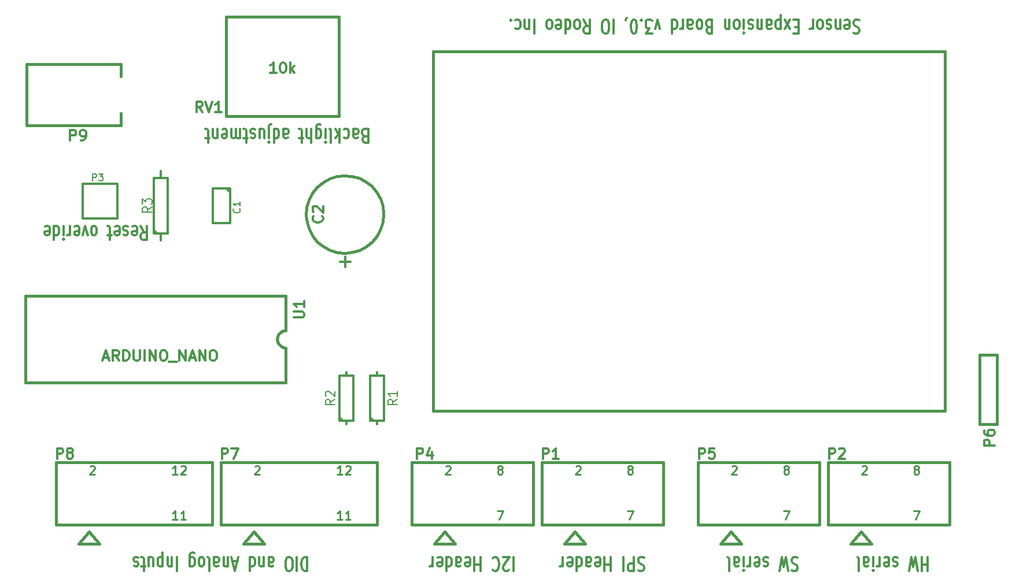
<source format=gto>
G04 (created by PCBNEW-RS274X (2011-07-19)-testing) date Fri 05 Aug 2011 12:19:43 PM PDT*
G01*
G70*
G90*
%MOIN*%
G04 Gerber Fmt 3.4, Leading zero omitted, Abs format*
%FSLAX34Y34*%
G04 APERTURE LIST*
%ADD10C,0.006000*%
%ADD11C,0.012000*%
%ADD12C,0.015000*%
%ADD13C,0.008000*%
%ADD14C,0.014000*%
%ADD15C,0.010000*%
G04 APERTURE END LIST*
G54D10*
G54D11*
X75000Y-45714D02*
X74914Y-45676D01*
X74771Y-45676D01*
X74714Y-45714D01*
X74685Y-45752D01*
X74657Y-45829D01*
X74657Y-45905D01*
X74685Y-45981D01*
X74714Y-46019D01*
X74771Y-46057D01*
X74885Y-46095D01*
X74943Y-46133D01*
X74971Y-46171D01*
X75000Y-46248D01*
X75000Y-46324D01*
X74971Y-46400D01*
X74943Y-46438D01*
X74885Y-46476D01*
X74743Y-46476D01*
X74657Y-46438D01*
X74457Y-46476D02*
X74314Y-45676D01*
X74200Y-46248D01*
X74086Y-45676D01*
X73943Y-46476D01*
X73286Y-45714D02*
X73229Y-45676D01*
X73114Y-45676D01*
X73057Y-45714D01*
X73029Y-45790D01*
X73029Y-45829D01*
X73057Y-45905D01*
X73114Y-45943D01*
X73200Y-45943D01*
X73257Y-45981D01*
X73286Y-46057D01*
X73286Y-46095D01*
X73257Y-46171D01*
X73200Y-46210D01*
X73114Y-46210D01*
X73057Y-46171D01*
X72543Y-45714D02*
X72600Y-45676D01*
X72714Y-45676D01*
X72771Y-45714D01*
X72800Y-45790D01*
X72800Y-46095D01*
X72771Y-46171D01*
X72714Y-46210D01*
X72600Y-46210D01*
X72543Y-46171D01*
X72514Y-46095D01*
X72514Y-46019D01*
X72800Y-45943D01*
X72257Y-45676D02*
X72257Y-46210D01*
X72257Y-46057D02*
X72229Y-46133D01*
X72200Y-46171D01*
X72143Y-46210D01*
X72086Y-46210D01*
X71886Y-45676D02*
X71886Y-46210D01*
X71886Y-46476D02*
X71915Y-46438D01*
X71886Y-46400D01*
X71858Y-46438D01*
X71886Y-46476D01*
X71886Y-46400D01*
X71343Y-45676D02*
X71343Y-46095D01*
X71372Y-46171D01*
X71429Y-46210D01*
X71543Y-46210D01*
X71600Y-46171D01*
X71343Y-45714D02*
X71400Y-45676D01*
X71543Y-45676D01*
X71600Y-45714D01*
X71629Y-45790D01*
X71629Y-45867D01*
X71600Y-45943D01*
X71543Y-45981D01*
X71400Y-45981D01*
X71343Y-46019D01*
X70971Y-45676D02*
X71029Y-45714D01*
X71057Y-45790D01*
X71057Y-46476D01*
X82500Y-45676D02*
X82500Y-46476D01*
X82500Y-46095D02*
X82157Y-46095D01*
X82157Y-45676D02*
X82157Y-46476D01*
X81928Y-46476D02*
X81785Y-45676D01*
X81671Y-46248D01*
X81557Y-45676D01*
X81414Y-46476D01*
X80757Y-45714D02*
X80700Y-45676D01*
X80585Y-45676D01*
X80528Y-45714D01*
X80500Y-45790D01*
X80500Y-45829D01*
X80528Y-45905D01*
X80585Y-45943D01*
X80671Y-45943D01*
X80728Y-45981D01*
X80757Y-46057D01*
X80757Y-46095D01*
X80728Y-46171D01*
X80671Y-46210D01*
X80585Y-46210D01*
X80528Y-46171D01*
X80014Y-45714D02*
X80071Y-45676D01*
X80185Y-45676D01*
X80242Y-45714D01*
X80271Y-45790D01*
X80271Y-46095D01*
X80242Y-46171D01*
X80185Y-46210D01*
X80071Y-46210D01*
X80014Y-46171D01*
X79985Y-46095D01*
X79985Y-46019D01*
X80271Y-45943D01*
X79728Y-45676D02*
X79728Y-46210D01*
X79728Y-46057D02*
X79700Y-46133D01*
X79671Y-46171D01*
X79614Y-46210D01*
X79557Y-46210D01*
X79357Y-45676D02*
X79357Y-46210D01*
X79357Y-46476D02*
X79386Y-46438D01*
X79357Y-46400D01*
X79329Y-46438D01*
X79357Y-46476D01*
X79357Y-46400D01*
X78814Y-45676D02*
X78814Y-46095D01*
X78843Y-46171D01*
X78900Y-46210D01*
X79014Y-46210D01*
X79071Y-46171D01*
X78814Y-45714D02*
X78871Y-45676D01*
X79014Y-45676D01*
X79071Y-45714D01*
X79100Y-45790D01*
X79100Y-45867D01*
X79071Y-45943D01*
X79014Y-45981D01*
X78871Y-45981D01*
X78814Y-46019D01*
X78442Y-45676D02*
X78500Y-45714D01*
X78528Y-45790D01*
X78528Y-46476D01*
X37135Y-26576D02*
X37335Y-26957D01*
X37478Y-26576D02*
X37478Y-27376D01*
X37250Y-27376D01*
X37192Y-27338D01*
X37164Y-27300D01*
X37135Y-27224D01*
X37135Y-27110D01*
X37164Y-27033D01*
X37192Y-26995D01*
X37250Y-26957D01*
X37478Y-26957D01*
X36650Y-26614D02*
X36707Y-26576D01*
X36821Y-26576D01*
X36878Y-26614D01*
X36907Y-26690D01*
X36907Y-26995D01*
X36878Y-27071D01*
X36821Y-27110D01*
X36707Y-27110D01*
X36650Y-27071D01*
X36621Y-26995D01*
X36621Y-26919D01*
X36907Y-26843D01*
X36393Y-26614D02*
X36336Y-26576D01*
X36221Y-26576D01*
X36164Y-26614D01*
X36136Y-26690D01*
X36136Y-26729D01*
X36164Y-26805D01*
X36221Y-26843D01*
X36307Y-26843D01*
X36364Y-26881D01*
X36393Y-26957D01*
X36393Y-26995D01*
X36364Y-27071D01*
X36307Y-27110D01*
X36221Y-27110D01*
X36164Y-27071D01*
X35650Y-26614D02*
X35707Y-26576D01*
X35821Y-26576D01*
X35878Y-26614D01*
X35907Y-26690D01*
X35907Y-26995D01*
X35878Y-27071D01*
X35821Y-27110D01*
X35707Y-27110D01*
X35650Y-27071D01*
X35621Y-26995D01*
X35621Y-26919D01*
X35907Y-26843D01*
X35450Y-27110D02*
X35221Y-27110D01*
X35364Y-27376D02*
X35364Y-26690D01*
X35336Y-26614D01*
X35278Y-26576D01*
X35221Y-26576D01*
X34478Y-26576D02*
X34536Y-26614D01*
X34564Y-26652D01*
X34593Y-26729D01*
X34593Y-26957D01*
X34564Y-27033D01*
X34536Y-27071D01*
X34478Y-27110D01*
X34393Y-27110D01*
X34336Y-27071D01*
X34307Y-27033D01*
X34278Y-26957D01*
X34278Y-26729D01*
X34307Y-26652D01*
X34336Y-26614D01*
X34393Y-26576D01*
X34478Y-26576D01*
X34078Y-27110D02*
X33935Y-26576D01*
X33793Y-27110D01*
X33336Y-26614D02*
X33393Y-26576D01*
X33507Y-26576D01*
X33564Y-26614D01*
X33593Y-26690D01*
X33593Y-26995D01*
X33564Y-27071D01*
X33507Y-27110D01*
X33393Y-27110D01*
X33336Y-27071D01*
X33307Y-26995D01*
X33307Y-26919D01*
X33593Y-26843D01*
X33050Y-26576D02*
X33050Y-27110D01*
X33050Y-26957D02*
X33022Y-27033D01*
X32993Y-27071D01*
X32936Y-27110D01*
X32879Y-27110D01*
X32679Y-26576D02*
X32679Y-27110D01*
X32679Y-27376D02*
X32708Y-27338D01*
X32679Y-27300D01*
X32651Y-27338D01*
X32679Y-27376D01*
X32679Y-27300D01*
X32136Y-26576D02*
X32136Y-27376D01*
X32136Y-26614D02*
X32193Y-26576D01*
X32307Y-26576D01*
X32365Y-26614D01*
X32393Y-26652D01*
X32422Y-26729D01*
X32422Y-26957D01*
X32393Y-27033D01*
X32365Y-27071D01*
X32307Y-27110D01*
X32193Y-27110D01*
X32136Y-27071D01*
X31622Y-26614D02*
X31679Y-26576D01*
X31793Y-26576D01*
X31850Y-26614D01*
X31879Y-26690D01*
X31879Y-26995D01*
X31850Y-27071D01*
X31793Y-27110D01*
X31679Y-27110D01*
X31622Y-27071D01*
X31593Y-26995D01*
X31593Y-26919D01*
X31879Y-26843D01*
X50043Y-21395D02*
X49957Y-21357D01*
X49929Y-21319D01*
X49900Y-21243D01*
X49900Y-21129D01*
X49929Y-21052D01*
X49957Y-21014D01*
X50015Y-20976D01*
X50243Y-20976D01*
X50243Y-21776D01*
X50043Y-21776D01*
X49986Y-21738D01*
X49957Y-21700D01*
X49929Y-21624D01*
X49929Y-21548D01*
X49957Y-21471D01*
X49986Y-21433D01*
X50043Y-21395D01*
X50243Y-21395D01*
X49386Y-20976D02*
X49386Y-21395D01*
X49415Y-21471D01*
X49472Y-21510D01*
X49586Y-21510D01*
X49643Y-21471D01*
X49386Y-21014D02*
X49443Y-20976D01*
X49586Y-20976D01*
X49643Y-21014D01*
X49672Y-21090D01*
X49672Y-21167D01*
X49643Y-21243D01*
X49586Y-21281D01*
X49443Y-21281D01*
X49386Y-21319D01*
X48843Y-21014D02*
X48900Y-20976D01*
X49014Y-20976D01*
X49072Y-21014D01*
X49100Y-21052D01*
X49129Y-21129D01*
X49129Y-21357D01*
X49100Y-21433D01*
X49072Y-21471D01*
X49014Y-21510D01*
X48900Y-21510D01*
X48843Y-21471D01*
X48586Y-20976D02*
X48586Y-21776D01*
X48529Y-21281D02*
X48358Y-20976D01*
X48358Y-21510D02*
X48586Y-21205D01*
X48014Y-20976D02*
X48072Y-21014D01*
X48100Y-21090D01*
X48100Y-21776D01*
X47786Y-20976D02*
X47786Y-21510D01*
X47786Y-21776D02*
X47815Y-21738D01*
X47786Y-21700D01*
X47758Y-21738D01*
X47786Y-21776D01*
X47786Y-21700D01*
X47243Y-21510D02*
X47243Y-20862D01*
X47272Y-20786D01*
X47300Y-20748D01*
X47357Y-20710D01*
X47443Y-20710D01*
X47500Y-20748D01*
X47243Y-21014D02*
X47300Y-20976D01*
X47414Y-20976D01*
X47472Y-21014D01*
X47500Y-21052D01*
X47529Y-21129D01*
X47529Y-21357D01*
X47500Y-21433D01*
X47472Y-21471D01*
X47414Y-21510D01*
X47300Y-21510D01*
X47243Y-21471D01*
X46957Y-20976D02*
X46957Y-21776D01*
X46700Y-20976D02*
X46700Y-21395D01*
X46729Y-21471D01*
X46786Y-21510D01*
X46871Y-21510D01*
X46929Y-21471D01*
X46957Y-21433D01*
X46500Y-21510D02*
X46271Y-21510D01*
X46414Y-21776D02*
X46414Y-21090D01*
X46386Y-21014D01*
X46328Y-20976D01*
X46271Y-20976D01*
X45357Y-20976D02*
X45357Y-21395D01*
X45386Y-21471D01*
X45443Y-21510D01*
X45557Y-21510D01*
X45614Y-21471D01*
X45357Y-21014D02*
X45414Y-20976D01*
X45557Y-20976D01*
X45614Y-21014D01*
X45643Y-21090D01*
X45643Y-21167D01*
X45614Y-21243D01*
X45557Y-21281D01*
X45414Y-21281D01*
X45357Y-21319D01*
X44814Y-20976D02*
X44814Y-21776D01*
X44814Y-21014D02*
X44871Y-20976D01*
X44985Y-20976D01*
X45043Y-21014D01*
X45071Y-21052D01*
X45100Y-21129D01*
X45100Y-21357D01*
X45071Y-21433D01*
X45043Y-21471D01*
X44985Y-21510D01*
X44871Y-21510D01*
X44814Y-21471D01*
X44528Y-21510D02*
X44528Y-20824D01*
X44557Y-20748D01*
X44614Y-20710D01*
X44642Y-20710D01*
X44528Y-21776D02*
X44557Y-21738D01*
X44528Y-21700D01*
X44500Y-21738D01*
X44528Y-21776D01*
X44528Y-21700D01*
X43985Y-21510D02*
X43985Y-20976D01*
X44242Y-21510D02*
X44242Y-21090D01*
X44214Y-21014D01*
X44156Y-20976D01*
X44071Y-20976D01*
X44014Y-21014D01*
X43985Y-21052D01*
X43728Y-21014D02*
X43671Y-20976D01*
X43556Y-20976D01*
X43499Y-21014D01*
X43471Y-21090D01*
X43471Y-21129D01*
X43499Y-21205D01*
X43556Y-21243D01*
X43642Y-21243D01*
X43699Y-21281D01*
X43728Y-21357D01*
X43728Y-21395D01*
X43699Y-21471D01*
X43642Y-21510D01*
X43556Y-21510D01*
X43499Y-21471D01*
X43299Y-21510D02*
X43070Y-21510D01*
X43213Y-21776D02*
X43213Y-21090D01*
X43185Y-21014D01*
X43127Y-20976D01*
X43070Y-20976D01*
X42870Y-20976D02*
X42870Y-21510D01*
X42870Y-21433D02*
X42842Y-21471D01*
X42784Y-21510D01*
X42699Y-21510D01*
X42642Y-21471D01*
X42613Y-21395D01*
X42613Y-20976D01*
X42613Y-21395D02*
X42584Y-21471D01*
X42527Y-21510D01*
X42442Y-21510D01*
X42384Y-21471D01*
X42356Y-21395D01*
X42356Y-20976D01*
X41842Y-21014D02*
X41899Y-20976D01*
X42013Y-20976D01*
X42070Y-21014D01*
X42099Y-21090D01*
X42099Y-21395D01*
X42070Y-21471D01*
X42013Y-21510D01*
X41899Y-21510D01*
X41842Y-21471D01*
X41813Y-21395D01*
X41813Y-21319D01*
X42099Y-21243D01*
X41556Y-21510D02*
X41556Y-20976D01*
X41556Y-21433D02*
X41528Y-21471D01*
X41470Y-21510D01*
X41385Y-21510D01*
X41328Y-21471D01*
X41299Y-21395D01*
X41299Y-20976D01*
X41099Y-21510D02*
X40870Y-21510D01*
X41013Y-21776D02*
X41013Y-21090D01*
X40985Y-21014D01*
X40927Y-20976D01*
X40870Y-20976D01*
X46736Y-45676D02*
X46736Y-46476D01*
X46593Y-46476D01*
X46508Y-46438D01*
X46450Y-46362D01*
X46422Y-46286D01*
X46393Y-46133D01*
X46393Y-46019D01*
X46422Y-45867D01*
X46450Y-45790D01*
X46508Y-45714D01*
X46593Y-45676D01*
X46736Y-45676D01*
X46136Y-45676D02*
X46136Y-46476D01*
X45736Y-46476D02*
X45622Y-46476D01*
X45564Y-46438D01*
X45507Y-46362D01*
X45479Y-46210D01*
X45479Y-45943D01*
X45507Y-45790D01*
X45564Y-45714D01*
X45622Y-45676D01*
X45736Y-45676D01*
X45793Y-45714D01*
X45850Y-45790D01*
X45879Y-45943D01*
X45879Y-46210D01*
X45850Y-46362D01*
X45793Y-46438D01*
X45736Y-46476D01*
X44507Y-45676D02*
X44507Y-46095D01*
X44536Y-46171D01*
X44593Y-46210D01*
X44707Y-46210D01*
X44764Y-46171D01*
X44507Y-45714D02*
X44564Y-45676D01*
X44707Y-45676D01*
X44764Y-45714D01*
X44793Y-45790D01*
X44793Y-45867D01*
X44764Y-45943D01*
X44707Y-45981D01*
X44564Y-45981D01*
X44507Y-46019D01*
X44221Y-46210D02*
X44221Y-45676D01*
X44221Y-46133D02*
X44193Y-46171D01*
X44135Y-46210D01*
X44050Y-46210D01*
X43993Y-46171D01*
X43964Y-46095D01*
X43964Y-45676D01*
X43421Y-45676D02*
X43421Y-46476D01*
X43421Y-45714D02*
X43478Y-45676D01*
X43592Y-45676D01*
X43650Y-45714D01*
X43678Y-45752D01*
X43707Y-45829D01*
X43707Y-46057D01*
X43678Y-46133D01*
X43650Y-46171D01*
X43592Y-46210D01*
X43478Y-46210D01*
X43421Y-46171D01*
X42707Y-45905D02*
X42421Y-45905D01*
X42764Y-45676D02*
X42564Y-46476D01*
X42364Y-45676D01*
X42164Y-46210D02*
X42164Y-45676D01*
X42164Y-46133D02*
X42136Y-46171D01*
X42078Y-46210D01*
X41993Y-46210D01*
X41936Y-46171D01*
X41907Y-46095D01*
X41907Y-45676D01*
X41364Y-45676D02*
X41364Y-46095D01*
X41393Y-46171D01*
X41450Y-46210D01*
X41564Y-46210D01*
X41621Y-46171D01*
X41364Y-45714D02*
X41421Y-45676D01*
X41564Y-45676D01*
X41621Y-45714D01*
X41650Y-45790D01*
X41650Y-45867D01*
X41621Y-45943D01*
X41564Y-45981D01*
X41421Y-45981D01*
X41364Y-46019D01*
X40992Y-45676D02*
X41050Y-45714D01*
X41078Y-45790D01*
X41078Y-46476D01*
X40678Y-45676D02*
X40736Y-45714D01*
X40764Y-45752D01*
X40793Y-45829D01*
X40793Y-46057D01*
X40764Y-46133D01*
X40736Y-46171D01*
X40678Y-46210D01*
X40593Y-46210D01*
X40536Y-46171D01*
X40507Y-46133D01*
X40478Y-46057D01*
X40478Y-45829D01*
X40507Y-45752D01*
X40536Y-45714D01*
X40593Y-45676D01*
X40678Y-45676D01*
X39964Y-46210D02*
X39964Y-45562D01*
X39993Y-45486D01*
X40021Y-45448D01*
X40078Y-45410D01*
X40164Y-45410D01*
X40221Y-45448D01*
X39964Y-45714D02*
X40021Y-45676D01*
X40135Y-45676D01*
X40193Y-45714D01*
X40221Y-45752D01*
X40250Y-45829D01*
X40250Y-46057D01*
X40221Y-46133D01*
X40193Y-46171D01*
X40135Y-46210D01*
X40021Y-46210D01*
X39964Y-46171D01*
X39221Y-45676D02*
X39221Y-46476D01*
X38935Y-46210D02*
X38935Y-45676D01*
X38935Y-46133D02*
X38907Y-46171D01*
X38849Y-46210D01*
X38764Y-46210D01*
X38707Y-46171D01*
X38678Y-46095D01*
X38678Y-45676D01*
X38392Y-46210D02*
X38392Y-45410D01*
X38392Y-46171D02*
X38335Y-46210D01*
X38221Y-46210D01*
X38164Y-46171D01*
X38135Y-46133D01*
X38106Y-46057D01*
X38106Y-45829D01*
X38135Y-45752D01*
X38164Y-45714D01*
X38221Y-45676D01*
X38335Y-45676D01*
X38392Y-45714D01*
X37592Y-46210D02*
X37592Y-45676D01*
X37849Y-46210D02*
X37849Y-45790D01*
X37821Y-45714D01*
X37763Y-45676D01*
X37678Y-45676D01*
X37621Y-45714D01*
X37592Y-45752D01*
X37392Y-46210D02*
X37163Y-46210D01*
X37306Y-46476D02*
X37306Y-45790D01*
X37278Y-45714D01*
X37220Y-45676D01*
X37163Y-45676D01*
X36992Y-45714D02*
X36935Y-45676D01*
X36820Y-45676D01*
X36763Y-45714D01*
X36735Y-45790D01*
X36735Y-45829D01*
X36763Y-45905D01*
X36820Y-45943D01*
X36906Y-45943D01*
X36963Y-45981D01*
X36992Y-46057D01*
X36992Y-46095D01*
X36963Y-46171D01*
X36906Y-46210D01*
X36820Y-46210D01*
X36763Y-46171D01*
X58621Y-45676D02*
X58621Y-46476D01*
X58364Y-46400D02*
X58335Y-46438D01*
X58278Y-46476D01*
X58135Y-46476D01*
X58078Y-46438D01*
X58049Y-46400D01*
X58021Y-46324D01*
X58021Y-46248D01*
X58049Y-46133D01*
X58392Y-45676D01*
X58021Y-45676D01*
X57421Y-45752D02*
X57450Y-45714D01*
X57536Y-45676D01*
X57593Y-45676D01*
X57678Y-45714D01*
X57736Y-45790D01*
X57764Y-45867D01*
X57793Y-46019D01*
X57793Y-46133D01*
X57764Y-46286D01*
X57736Y-46362D01*
X57678Y-46438D01*
X57593Y-46476D01*
X57536Y-46476D01*
X57450Y-46438D01*
X57421Y-46400D01*
X56707Y-45676D02*
X56707Y-46476D01*
X56707Y-46095D02*
X56364Y-46095D01*
X56364Y-45676D02*
X56364Y-46476D01*
X55850Y-45714D02*
X55907Y-45676D01*
X56021Y-45676D01*
X56078Y-45714D01*
X56107Y-45790D01*
X56107Y-46095D01*
X56078Y-46171D01*
X56021Y-46210D01*
X55907Y-46210D01*
X55850Y-46171D01*
X55821Y-46095D01*
X55821Y-46019D01*
X56107Y-45943D01*
X55307Y-45676D02*
X55307Y-46095D01*
X55336Y-46171D01*
X55393Y-46210D01*
X55507Y-46210D01*
X55564Y-46171D01*
X55307Y-45714D02*
X55364Y-45676D01*
X55507Y-45676D01*
X55564Y-45714D01*
X55593Y-45790D01*
X55593Y-45867D01*
X55564Y-45943D01*
X55507Y-45981D01*
X55364Y-45981D01*
X55307Y-46019D01*
X54764Y-45676D02*
X54764Y-46476D01*
X54764Y-45714D02*
X54821Y-45676D01*
X54935Y-45676D01*
X54993Y-45714D01*
X55021Y-45752D01*
X55050Y-45829D01*
X55050Y-46057D01*
X55021Y-46133D01*
X54993Y-46171D01*
X54935Y-46210D01*
X54821Y-46210D01*
X54764Y-46171D01*
X54250Y-45714D02*
X54307Y-45676D01*
X54421Y-45676D01*
X54478Y-45714D01*
X54507Y-45790D01*
X54507Y-46095D01*
X54478Y-46171D01*
X54421Y-46210D01*
X54307Y-46210D01*
X54250Y-46171D01*
X54221Y-46095D01*
X54221Y-46019D01*
X54507Y-45943D01*
X53964Y-45676D02*
X53964Y-46210D01*
X53964Y-46057D02*
X53936Y-46133D01*
X53907Y-46171D01*
X53850Y-46210D01*
X53793Y-46210D01*
X66150Y-45714D02*
X66064Y-45676D01*
X65921Y-45676D01*
X65864Y-45714D01*
X65835Y-45752D01*
X65807Y-45829D01*
X65807Y-45905D01*
X65835Y-45981D01*
X65864Y-46019D01*
X65921Y-46057D01*
X66035Y-46095D01*
X66093Y-46133D01*
X66121Y-46171D01*
X66150Y-46248D01*
X66150Y-46324D01*
X66121Y-46400D01*
X66093Y-46438D01*
X66035Y-46476D01*
X65893Y-46476D01*
X65807Y-46438D01*
X65550Y-45676D02*
X65550Y-46476D01*
X65322Y-46476D01*
X65264Y-46438D01*
X65236Y-46400D01*
X65207Y-46324D01*
X65207Y-46210D01*
X65236Y-46133D01*
X65264Y-46095D01*
X65322Y-46057D01*
X65550Y-46057D01*
X64950Y-45676D02*
X64950Y-46476D01*
X64207Y-45676D02*
X64207Y-46476D01*
X64207Y-46095D02*
X63864Y-46095D01*
X63864Y-45676D02*
X63864Y-46476D01*
X63350Y-45714D02*
X63407Y-45676D01*
X63521Y-45676D01*
X63578Y-45714D01*
X63607Y-45790D01*
X63607Y-46095D01*
X63578Y-46171D01*
X63521Y-46210D01*
X63407Y-46210D01*
X63350Y-46171D01*
X63321Y-46095D01*
X63321Y-46019D01*
X63607Y-45943D01*
X62807Y-45676D02*
X62807Y-46095D01*
X62836Y-46171D01*
X62893Y-46210D01*
X63007Y-46210D01*
X63064Y-46171D01*
X62807Y-45714D02*
X62864Y-45676D01*
X63007Y-45676D01*
X63064Y-45714D01*
X63093Y-45790D01*
X63093Y-45867D01*
X63064Y-45943D01*
X63007Y-45981D01*
X62864Y-45981D01*
X62807Y-46019D01*
X62264Y-45676D02*
X62264Y-46476D01*
X62264Y-45714D02*
X62321Y-45676D01*
X62435Y-45676D01*
X62493Y-45714D01*
X62521Y-45752D01*
X62550Y-45829D01*
X62550Y-46057D01*
X62521Y-46133D01*
X62493Y-46171D01*
X62435Y-46210D01*
X62321Y-46210D01*
X62264Y-46171D01*
X61750Y-45714D02*
X61807Y-45676D01*
X61921Y-45676D01*
X61978Y-45714D01*
X62007Y-45790D01*
X62007Y-46095D01*
X61978Y-46171D01*
X61921Y-46210D01*
X61807Y-46210D01*
X61750Y-46171D01*
X61721Y-46095D01*
X61721Y-46019D01*
X62007Y-45943D01*
X61464Y-45676D02*
X61464Y-46210D01*
X61464Y-46057D02*
X61436Y-46133D01*
X61407Y-46171D01*
X61350Y-46210D01*
X61293Y-46210D01*
X78558Y-14714D02*
X78472Y-14676D01*
X78329Y-14676D01*
X78272Y-14714D01*
X78243Y-14752D01*
X78215Y-14829D01*
X78215Y-14905D01*
X78243Y-14981D01*
X78272Y-15019D01*
X78329Y-15057D01*
X78443Y-15095D01*
X78501Y-15133D01*
X78529Y-15171D01*
X78558Y-15248D01*
X78558Y-15324D01*
X78529Y-15400D01*
X78501Y-15438D01*
X78443Y-15476D01*
X78301Y-15476D01*
X78215Y-15438D01*
X77730Y-14714D02*
X77787Y-14676D01*
X77901Y-14676D01*
X77958Y-14714D01*
X77987Y-14790D01*
X77987Y-15095D01*
X77958Y-15171D01*
X77901Y-15210D01*
X77787Y-15210D01*
X77730Y-15171D01*
X77701Y-15095D01*
X77701Y-15019D01*
X77987Y-14943D01*
X77444Y-15210D02*
X77444Y-14676D01*
X77444Y-15133D02*
X77416Y-15171D01*
X77358Y-15210D01*
X77273Y-15210D01*
X77216Y-15171D01*
X77187Y-15095D01*
X77187Y-14676D01*
X76930Y-14714D02*
X76873Y-14676D01*
X76758Y-14676D01*
X76701Y-14714D01*
X76673Y-14790D01*
X76673Y-14829D01*
X76701Y-14905D01*
X76758Y-14943D01*
X76844Y-14943D01*
X76901Y-14981D01*
X76930Y-15057D01*
X76930Y-15095D01*
X76901Y-15171D01*
X76844Y-15210D01*
X76758Y-15210D01*
X76701Y-15171D01*
X76329Y-14676D02*
X76387Y-14714D01*
X76415Y-14752D01*
X76444Y-14829D01*
X76444Y-15057D01*
X76415Y-15133D01*
X76387Y-15171D01*
X76329Y-15210D01*
X76244Y-15210D01*
X76187Y-15171D01*
X76158Y-15133D01*
X76129Y-15057D01*
X76129Y-14829D01*
X76158Y-14752D01*
X76187Y-14714D01*
X76244Y-14676D01*
X76329Y-14676D01*
X75872Y-14676D02*
X75872Y-15210D01*
X75872Y-15057D02*
X75844Y-15133D01*
X75815Y-15171D01*
X75758Y-15210D01*
X75701Y-15210D01*
X75044Y-15095D02*
X74844Y-15095D01*
X74758Y-14676D02*
X75044Y-14676D01*
X75044Y-15476D01*
X74758Y-15476D01*
X74558Y-14676D02*
X74244Y-15210D01*
X74558Y-15210D02*
X74244Y-14676D01*
X74015Y-15210D02*
X74015Y-14410D01*
X74015Y-15171D02*
X73958Y-15210D01*
X73844Y-15210D01*
X73787Y-15171D01*
X73758Y-15133D01*
X73729Y-15057D01*
X73729Y-14829D01*
X73758Y-14752D01*
X73787Y-14714D01*
X73844Y-14676D01*
X73958Y-14676D01*
X74015Y-14714D01*
X73215Y-14676D02*
X73215Y-15095D01*
X73244Y-15171D01*
X73301Y-15210D01*
X73415Y-15210D01*
X73472Y-15171D01*
X73215Y-14714D02*
X73272Y-14676D01*
X73415Y-14676D01*
X73472Y-14714D01*
X73501Y-14790D01*
X73501Y-14867D01*
X73472Y-14943D01*
X73415Y-14981D01*
X73272Y-14981D01*
X73215Y-15019D01*
X72929Y-15210D02*
X72929Y-14676D01*
X72929Y-15133D02*
X72901Y-15171D01*
X72843Y-15210D01*
X72758Y-15210D01*
X72701Y-15171D01*
X72672Y-15095D01*
X72672Y-14676D01*
X72415Y-14714D02*
X72358Y-14676D01*
X72243Y-14676D01*
X72186Y-14714D01*
X72158Y-14790D01*
X72158Y-14829D01*
X72186Y-14905D01*
X72243Y-14943D01*
X72329Y-14943D01*
X72386Y-14981D01*
X72415Y-15057D01*
X72415Y-15095D01*
X72386Y-15171D01*
X72329Y-15210D01*
X72243Y-15210D01*
X72186Y-15171D01*
X71900Y-14676D02*
X71900Y-15210D01*
X71900Y-15476D02*
X71929Y-15438D01*
X71900Y-15400D01*
X71872Y-15438D01*
X71900Y-15476D01*
X71900Y-15400D01*
X71528Y-14676D02*
X71586Y-14714D01*
X71614Y-14752D01*
X71643Y-14829D01*
X71643Y-15057D01*
X71614Y-15133D01*
X71586Y-15171D01*
X71528Y-15210D01*
X71443Y-15210D01*
X71386Y-15171D01*
X71357Y-15133D01*
X71328Y-15057D01*
X71328Y-14829D01*
X71357Y-14752D01*
X71386Y-14714D01*
X71443Y-14676D01*
X71528Y-14676D01*
X71071Y-15210D02*
X71071Y-14676D01*
X71071Y-15133D02*
X71043Y-15171D01*
X70985Y-15210D01*
X70900Y-15210D01*
X70843Y-15171D01*
X70814Y-15095D01*
X70814Y-14676D01*
X69871Y-15095D02*
X69785Y-15057D01*
X69757Y-15019D01*
X69728Y-14943D01*
X69728Y-14829D01*
X69757Y-14752D01*
X69785Y-14714D01*
X69843Y-14676D01*
X70071Y-14676D01*
X70071Y-15476D01*
X69871Y-15476D01*
X69814Y-15438D01*
X69785Y-15400D01*
X69757Y-15324D01*
X69757Y-15248D01*
X69785Y-15171D01*
X69814Y-15133D01*
X69871Y-15095D01*
X70071Y-15095D01*
X69385Y-14676D02*
X69443Y-14714D01*
X69471Y-14752D01*
X69500Y-14829D01*
X69500Y-15057D01*
X69471Y-15133D01*
X69443Y-15171D01*
X69385Y-15210D01*
X69300Y-15210D01*
X69243Y-15171D01*
X69214Y-15133D01*
X69185Y-15057D01*
X69185Y-14829D01*
X69214Y-14752D01*
X69243Y-14714D01*
X69300Y-14676D01*
X69385Y-14676D01*
X68671Y-14676D02*
X68671Y-15095D01*
X68700Y-15171D01*
X68757Y-15210D01*
X68871Y-15210D01*
X68928Y-15171D01*
X68671Y-14714D02*
X68728Y-14676D01*
X68871Y-14676D01*
X68928Y-14714D01*
X68957Y-14790D01*
X68957Y-14867D01*
X68928Y-14943D01*
X68871Y-14981D01*
X68728Y-14981D01*
X68671Y-15019D01*
X68385Y-14676D02*
X68385Y-15210D01*
X68385Y-15057D02*
X68357Y-15133D01*
X68328Y-15171D01*
X68271Y-15210D01*
X68214Y-15210D01*
X67757Y-14676D02*
X67757Y-15476D01*
X67757Y-14714D02*
X67814Y-14676D01*
X67928Y-14676D01*
X67986Y-14714D01*
X68014Y-14752D01*
X68043Y-14829D01*
X68043Y-15057D01*
X68014Y-15133D01*
X67986Y-15171D01*
X67928Y-15210D01*
X67814Y-15210D01*
X67757Y-15171D01*
X67071Y-15210D02*
X66928Y-14676D01*
X66786Y-15210D01*
X66614Y-15476D02*
X66243Y-15476D01*
X66443Y-15171D01*
X66357Y-15171D01*
X66300Y-15133D01*
X66271Y-15095D01*
X66243Y-15019D01*
X66243Y-14829D01*
X66271Y-14752D01*
X66300Y-14714D01*
X66357Y-14676D01*
X66529Y-14676D01*
X66586Y-14714D01*
X66614Y-14752D01*
X65986Y-14752D02*
X65958Y-14714D01*
X65986Y-14676D01*
X66015Y-14714D01*
X65986Y-14752D01*
X65986Y-14676D01*
X65586Y-15476D02*
X65529Y-15476D01*
X65472Y-15438D01*
X65443Y-15400D01*
X65414Y-15324D01*
X65386Y-15171D01*
X65386Y-14981D01*
X65414Y-14829D01*
X65443Y-14752D01*
X65472Y-14714D01*
X65529Y-14676D01*
X65586Y-14676D01*
X65643Y-14714D01*
X65672Y-14752D01*
X65700Y-14829D01*
X65729Y-14981D01*
X65729Y-15171D01*
X65700Y-15324D01*
X65672Y-15400D01*
X65643Y-15438D01*
X65586Y-15476D01*
X65101Y-14714D02*
X65101Y-14676D01*
X65129Y-14600D01*
X65158Y-14562D01*
X64386Y-14676D02*
X64386Y-15476D01*
X63986Y-15476D02*
X63872Y-15476D01*
X63814Y-15438D01*
X63757Y-15362D01*
X63729Y-15210D01*
X63729Y-14943D01*
X63757Y-14790D01*
X63814Y-14714D01*
X63872Y-14676D01*
X63986Y-14676D01*
X64043Y-14714D01*
X64100Y-14790D01*
X64129Y-14943D01*
X64129Y-15210D01*
X64100Y-15362D01*
X64043Y-15438D01*
X63986Y-15476D01*
X62671Y-14676D02*
X62871Y-15057D01*
X63014Y-14676D02*
X63014Y-15476D01*
X62786Y-15476D01*
X62728Y-15438D01*
X62700Y-15400D01*
X62671Y-15324D01*
X62671Y-15210D01*
X62700Y-15133D01*
X62728Y-15095D01*
X62786Y-15057D01*
X63014Y-15057D01*
X62328Y-14676D02*
X62386Y-14714D01*
X62414Y-14752D01*
X62443Y-14829D01*
X62443Y-15057D01*
X62414Y-15133D01*
X62386Y-15171D01*
X62328Y-15210D01*
X62243Y-15210D01*
X62186Y-15171D01*
X62157Y-15133D01*
X62128Y-15057D01*
X62128Y-14829D01*
X62157Y-14752D01*
X62186Y-14714D01*
X62243Y-14676D01*
X62328Y-14676D01*
X61614Y-14676D02*
X61614Y-15476D01*
X61614Y-14714D02*
X61671Y-14676D01*
X61785Y-14676D01*
X61843Y-14714D01*
X61871Y-14752D01*
X61900Y-14829D01*
X61900Y-15057D01*
X61871Y-15133D01*
X61843Y-15171D01*
X61785Y-15210D01*
X61671Y-15210D01*
X61614Y-15171D01*
X61100Y-14714D02*
X61157Y-14676D01*
X61271Y-14676D01*
X61328Y-14714D01*
X61357Y-14790D01*
X61357Y-15095D01*
X61328Y-15171D01*
X61271Y-15210D01*
X61157Y-15210D01*
X61100Y-15171D01*
X61071Y-15095D01*
X61071Y-15019D01*
X61357Y-14943D01*
X60728Y-14676D02*
X60786Y-14714D01*
X60814Y-14752D01*
X60843Y-14829D01*
X60843Y-15057D01*
X60814Y-15133D01*
X60786Y-15171D01*
X60728Y-15210D01*
X60643Y-15210D01*
X60586Y-15171D01*
X60557Y-15133D01*
X60528Y-15057D01*
X60528Y-14829D01*
X60557Y-14752D01*
X60586Y-14714D01*
X60643Y-14676D01*
X60728Y-14676D01*
X59814Y-14676D02*
X59814Y-15476D01*
X59528Y-15210D02*
X59528Y-14676D01*
X59528Y-15133D02*
X59500Y-15171D01*
X59442Y-15210D01*
X59357Y-15210D01*
X59300Y-15171D01*
X59271Y-15095D01*
X59271Y-14676D01*
X58728Y-14714D02*
X58785Y-14676D01*
X58899Y-14676D01*
X58957Y-14714D01*
X58985Y-14752D01*
X59014Y-14829D01*
X59014Y-15057D01*
X58985Y-15133D01*
X58957Y-15171D01*
X58899Y-15210D01*
X58785Y-15210D01*
X58728Y-15171D01*
X58471Y-14752D02*
X58443Y-14714D01*
X58471Y-14676D01*
X58500Y-14714D01*
X58471Y-14752D01*
X58471Y-14676D01*
G54D12*
X83500Y-16500D02*
X54000Y-16500D01*
X83500Y-37250D02*
X83500Y-16500D01*
X54000Y-37250D02*
X83500Y-37250D01*
X54000Y-16500D02*
X54000Y-37250D01*
G54D11*
X38300Y-27400D02*
X38300Y-27000D01*
X38300Y-27000D02*
X37900Y-27000D01*
X37900Y-27000D02*
X37900Y-23800D01*
X37900Y-23800D02*
X38700Y-23800D01*
X38700Y-23800D02*
X38700Y-27000D01*
X38700Y-27000D02*
X38300Y-27000D01*
X38100Y-27000D02*
X37900Y-26800D01*
X38300Y-23400D02*
X38300Y-23800D01*
X50750Y-38000D02*
X50750Y-37800D01*
X50750Y-35000D02*
X50750Y-35200D01*
X50750Y-35200D02*
X50350Y-35200D01*
X50350Y-35200D02*
X50350Y-37800D01*
X50350Y-37800D02*
X51150Y-37800D01*
X51150Y-37800D02*
X51150Y-35200D01*
X51150Y-35200D02*
X50750Y-35200D01*
X50550Y-37800D02*
X50350Y-37600D01*
X49000Y-38000D02*
X49000Y-37800D01*
X49000Y-35000D02*
X49000Y-35200D01*
X49000Y-35200D02*
X48600Y-35200D01*
X48600Y-35200D02*
X48600Y-37800D01*
X48600Y-37800D02*
X49400Y-37800D01*
X49400Y-37800D02*
X49400Y-35200D01*
X49400Y-35200D02*
X49000Y-35200D01*
X48800Y-37800D02*
X48600Y-37600D01*
G54D12*
X42050Y-20250D02*
X48550Y-20250D01*
X42050Y-14500D02*
X48550Y-14500D01*
X48550Y-14500D02*
X48550Y-20250D01*
X42050Y-14500D02*
X42050Y-20250D01*
X85500Y-38000D02*
X86500Y-38000D01*
X86500Y-38000D02*
X86500Y-34000D01*
X86500Y-34000D02*
X85500Y-34000D01*
X85500Y-34000D02*
X85500Y-38000D01*
X51136Y-25900D02*
X51093Y-26334D01*
X50967Y-26752D01*
X50762Y-27137D01*
X50486Y-27475D01*
X50150Y-27753D01*
X49766Y-27961D01*
X49349Y-28090D01*
X48915Y-28135D01*
X48482Y-28096D01*
X48063Y-27973D01*
X47676Y-27771D01*
X47336Y-27497D01*
X47056Y-27163D01*
X46845Y-26780D01*
X46713Y-26364D01*
X46665Y-25931D01*
X46701Y-25497D01*
X46822Y-25077D01*
X47021Y-24689D01*
X47292Y-24347D01*
X47624Y-24064D01*
X48005Y-23852D01*
X48420Y-23717D01*
X48854Y-23665D01*
X49288Y-23698D01*
X49708Y-23816D01*
X50098Y-24013D01*
X50441Y-24281D01*
X50727Y-24612D01*
X50942Y-24991D01*
X51080Y-25405D01*
X51135Y-25838D01*
X51136Y-25900D01*
G54D11*
X42300Y-24420D02*
X42300Y-26400D01*
X42300Y-26400D02*
X41300Y-26400D01*
X41300Y-26400D02*
X41300Y-24400D01*
X41300Y-24400D02*
X42300Y-24400D01*
X42050Y-24400D02*
X42300Y-24650D01*
G54D12*
X45500Y-32600D02*
X45457Y-32602D01*
X45414Y-32608D01*
X45371Y-32618D01*
X45329Y-32631D01*
X45289Y-32647D01*
X45251Y-32667D01*
X45214Y-32691D01*
X45179Y-32717D01*
X45147Y-32747D01*
X45117Y-32779D01*
X45091Y-32814D01*
X45067Y-32851D01*
X45047Y-32889D01*
X45031Y-32929D01*
X45018Y-32971D01*
X45008Y-33014D01*
X45002Y-33057D01*
X45000Y-33100D01*
X45000Y-33100D02*
X45002Y-33143D01*
X45008Y-33186D01*
X45018Y-33229D01*
X45031Y-33271D01*
X45047Y-33311D01*
X45067Y-33349D01*
X45091Y-33386D01*
X45117Y-33421D01*
X45147Y-33453D01*
X45179Y-33483D01*
X45214Y-33509D01*
X45251Y-33533D01*
X45289Y-33553D01*
X45329Y-33569D01*
X45371Y-33582D01*
X45414Y-33592D01*
X45457Y-33598D01*
X45500Y-33600D01*
X45500Y-35600D02*
X45500Y-33600D01*
X45500Y-30600D02*
X45500Y-32600D01*
X45500Y-30600D02*
X30500Y-30600D01*
X30500Y-30600D02*
X30500Y-35600D01*
X30500Y-35600D02*
X45500Y-35600D01*
X49750Y-40200D02*
X50750Y-40200D01*
X50750Y-40200D02*
X50750Y-43800D01*
X50750Y-43800D02*
X49750Y-43800D01*
X43650Y-44200D02*
X43050Y-44900D01*
X43050Y-44900D02*
X44150Y-44900D01*
X44150Y-44900D02*
X44250Y-44900D01*
X44250Y-44900D02*
X43650Y-44200D01*
X41750Y-40200D02*
X49750Y-40200D01*
X49750Y-43800D02*
X41750Y-43800D01*
X41750Y-43800D02*
X41750Y-40200D01*
X40250Y-40200D02*
X41250Y-40200D01*
X41250Y-40200D02*
X41250Y-43800D01*
X41250Y-43800D02*
X40250Y-43800D01*
X34150Y-44200D02*
X33550Y-44900D01*
X33550Y-44900D02*
X34650Y-44900D01*
X34650Y-44900D02*
X34750Y-44900D01*
X34750Y-44900D02*
X34150Y-44200D01*
X32250Y-40200D02*
X40250Y-40200D01*
X40250Y-43800D02*
X32250Y-43800D01*
X32250Y-43800D02*
X32250Y-40200D01*
X60250Y-43800D02*
X67250Y-43800D01*
X60250Y-40200D02*
X67250Y-40200D01*
X67250Y-40200D02*
X67250Y-43800D01*
X62150Y-44200D02*
X61550Y-44900D01*
X61550Y-44900D02*
X62650Y-44900D01*
X62650Y-44900D02*
X62750Y-44900D01*
X62750Y-44900D02*
X62150Y-44200D01*
X60250Y-43800D02*
X60250Y-40200D01*
X76750Y-43800D02*
X83750Y-43800D01*
X76750Y-40200D02*
X83750Y-40200D01*
X83750Y-40200D02*
X83750Y-43800D01*
X78650Y-44200D02*
X78050Y-44900D01*
X78050Y-44900D02*
X79150Y-44900D01*
X79150Y-44900D02*
X79250Y-44900D01*
X79250Y-44900D02*
X78650Y-44200D01*
X76750Y-43800D02*
X76750Y-40200D01*
X52750Y-43800D02*
X59750Y-43800D01*
X52750Y-40200D02*
X59750Y-40200D01*
X59750Y-40200D02*
X59750Y-43800D01*
X54650Y-44200D02*
X54050Y-44900D01*
X54050Y-44900D02*
X55150Y-44900D01*
X55150Y-44900D02*
X55250Y-44900D01*
X55250Y-44900D02*
X54650Y-44200D01*
X52750Y-43800D02*
X52750Y-40200D01*
X69250Y-43800D02*
X76250Y-43800D01*
X69250Y-40200D02*
X76250Y-40200D01*
X76250Y-40200D02*
X76250Y-43800D01*
X71150Y-44200D02*
X70550Y-44900D01*
X70550Y-44900D02*
X71650Y-44900D01*
X71650Y-44900D02*
X71750Y-44900D01*
X71750Y-44900D02*
X71150Y-44200D01*
X69250Y-43800D02*
X69250Y-40200D01*
G54D11*
X33800Y-24150D02*
X35800Y-24150D01*
X35800Y-24150D02*
X35800Y-26150D01*
X35800Y-26150D02*
X33800Y-26150D01*
X33800Y-26150D02*
X33800Y-24150D01*
G54D12*
X36000Y-20063D02*
X36000Y-20772D01*
X36000Y-20772D02*
X30567Y-20772D01*
X30567Y-20772D02*
X30567Y-17268D01*
X30567Y-17268D02*
X30567Y-17228D01*
X30567Y-17228D02*
X36000Y-17228D01*
X36000Y-17228D02*
X36000Y-17937D01*
G54D13*
X37773Y-25483D02*
X37511Y-25650D01*
X37773Y-25769D02*
X37223Y-25769D01*
X37223Y-25578D01*
X37249Y-25531D01*
X37275Y-25507D01*
X37327Y-25483D01*
X37406Y-25483D01*
X37458Y-25507D01*
X37485Y-25531D01*
X37511Y-25578D01*
X37511Y-25769D01*
X37223Y-25317D02*
X37223Y-25007D01*
X37432Y-25174D01*
X37432Y-25102D01*
X37458Y-25055D01*
X37485Y-25031D01*
X37537Y-25007D01*
X37668Y-25007D01*
X37720Y-25031D01*
X37746Y-25055D01*
X37773Y-25102D01*
X37773Y-25245D01*
X37746Y-25293D01*
X37720Y-25317D01*
X51923Y-36583D02*
X51661Y-36750D01*
X51923Y-36869D02*
X51373Y-36869D01*
X51373Y-36678D01*
X51399Y-36631D01*
X51425Y-36607D01*
X51477Y-36583D01*
X51556Y-36583D01*
X51608Y-36607D01*
X51635Y-36631D01*
X51661Y-36678D01*
X51661Y-36869D01*
X51923Y-36107D02*
X51923Y-36393D01*
X51923Y-36250D02*
X51373Y-36250D01*
X51451Y-36298D01*
X51504Y-36345D01*
X51530Y-36393D01*
X48323Y-36583D02*
X48061Y-36750D01*
X48323Y-36869D02*
X47773Y-36869D01*
X47773Y-36678D01*
X47799Y-36631D01*
X47825Y-36607D01*
X47877Y-36583D01*
X47956Y-36583D01*
X48008Y-36607D01*
X48035Y-36631D01*
X48061Y-36678D01*
X48061Y-36869D01*
X47825Y-36393D02*
X47799Y-36369D01*
X47773Y-36321D01*
X47773Y-36202D01*
X47799Y-36155D01*
X47825Y-36131D01*
X47877Y-36107D01*
X47930Y-36107D01*
X48008Y-36131D01*
X48323Y-36417D01*
X48323Y-36107D01*
G54D11*
X40694Y-19993D02*
X40494Y-19707D01*
X40351Y-19993D02*
X40351Y-19393D01*
X40579Y-19393D01*
X40637Y-19421D01*
X40665Y-19450D01*
X40694Y-19507D01*
X40694Y-19593D01*
X40665Y-19650D01*
X40637Y-19679D01*
X40579Y-19707D01*
X40351Y-19707D01*
X40865Y-19393D02*
X41065Y-19993D01*
X41265Y-19393D01*
X41779Y-19993D02*
X41436Y-19993D01*
X41608Y-19993D02*
X41608Y-19393D01*
X41551Y-19479D01*
X41493Y-19536D01*
X41436Y-19564D01*
X44943Y-17743D02*
X44600Y-17743D01*
X44772Y-17743D02*
X44772Y-17143D01*
X44715Y-17229D01*
X44657Y-17286D01*
X44600Y-17314D01*
X45314Y-17143D02*
X45371Y-17143D01*
X45428Y-17171D01*
X45457Y-17200D01*
X45486Y-17257D01*
X45514Y-17371D01*
X45514Y-17514D01*
X45486Y-17629D01*
X45457Y-17686D01*
X45428Y-17714D01*
X45371Y-17743D01*
X45314Y-17743D01*
X45257Y-17714D01*
X45228Y-17686D01*
X45200Y-17629D01*
X45171Y-17514D01*
X45171Y-17371D01*
X45200Y-17257D01*
X45228Y-17200D01*
X45257Y-17171D01*
X45314Y-17143D01*
X45771Y-17743D02*
X45771Y-17143D01*
X45828Y-17514D02*
X45999Y-17743D01*
X45999Y-17343D02*
X45771Y-17571D01*
X86343Y-39242D02*
X85743Y-39242D01*
X85743Y-39014D01*
X85771Y-38956D01*
X85800Y-38928D01*
X85857Y-38899D01*
X85943Y-38899D01*
X86000Y-38928D01*
X86029Y-38956D01*
X86057Y-39014D01*
X86057Y-39242D01*
X85743Y-38385D02*
X85743Y-38499D01*
X85771Y-38556D01*
X85800Y-38585D01*
X85886Y-38642D01*
X86000Y-38671D01*
X86229Y-38671D01*
X86286Y-38642D01*
X86314Y-38614D01*
X86343Y-38556D01*
X86343Y-38442D01*
X86314Y-38385D01*
X86286Y-38356D01*
X86229Y-38328D01*
X86086Y-38328D01*
X86029Y-38356D01*
X86000Y-38385D01*
X85971Y-38442D01*
X85971Y-38556D01*
X86000Y-38614D01*
X86029Y-38642D01*
X86086Y-38671D01*
X47586Y-25999D02*
X47614Y-26028D01*
X47643Y-26114D01*
X47643Y-26171D01*
X47614Y-26256D01*
X47557Y-26314D01*
X47500Y-26342D01*
X47386Y-26371D01*
X47300Y-26371D01*
X47186Y-26342D01*
X47129Y-26314D01*
X47071Y-26256D01*
X47043Y-26171D01*
X47043Y-26114D01*
X47071Y-26028D01*
X47100Y-25999D01*
X47100Y-25771D02*
X47071Y-25742D01*
X47043Y-25685D01*
X47043Y-25542D01*
X47071Y-25485D01*
X47100Y-25456D01*
X47157Y-25428D01*
X47214Y-25428D01*
X47300Y-25456D01*
X47643Y-25799D01*
X47643Y-25428D01*
G54D14*
X48919Y-28955D02*
X48919Y-28345D01*
X49224Y-28650D02*
X48614Y-28650D01*
G54D13*
X42824Y-25566D02*
X42843Y-25585D01*
X42862Y-25642D01*
X42862Y-25680D01*
X42843Y-25738D01*
X42805Y-25776D01*
X42767Y-25795D01*
X42690Y-25814D01*
X42633Y-25814D01*
X42557Y-25795D01*
X42519Y-25776D01*
X42481Y-25738D01*
X42462Y-25680D01*
X42462Y-25642D01*
X42481Y-25585D01*
X42500Y-25566D01*
X42862Y-25185D02*
X42862Y-25414D01*
X42862Y-25300D02*
X42462Y-25300D01*
X42519Y-25338D01*
X42557Y-25376D01*
X42576Y-25414D01*
G54D11*
X45943Y-31857D02*
X46429Y-31857D01*
X46486Y-31829D01*
X46514Y-31800D01*
X46543Y-31743D01*
X46543Y-31629D01*
X46514Y-31571D01*
X46486Y-31543D01*
X46429Y-31514D01*
X45943Y-31514D01*
X46543Y-30914D02*
X46543Y-31257D01*
X46543Y-31085D02*
X45943Y-31085D01*
X46029Y-31142D01*
X46086Y-31200D01*
X46114Y-31257D01*
X34992Y-34171D02*
X35278Y-34171D01*
X34935Y-34343D02*
X35135Y-33743D01*
X35335Y-34343D01*
X35878Y-34343D02*
X35678Y-34057D01*
X35535Y-34343D02*
X35535Y-33743D01*
X35763Y-33743D01*
X35821Y-33771D01*
X35849Y-33800D01*
X35878Y-33857D01*
X35878Y-33943D01*
X35849Y-34000D01*
X35821Y-34029D01*
X35763Y-34057D01*
X35535Y-34057D01*
X36135Y-34343D02*
X36135Y-33743D01*
X36278Y-33743D01*
X36363Y-33771D01*
X36421Y-33829D01*
X36449Y-33886D01*
X36478Y-34000D01*
X36478Y-34086D01*
X36449Y-34200D01*
X36421Y-34257D01*
X36363Y-34314D01*
X36278Y-34343D01*
X36135Y-34343D01*
X36735Y-33743D02*
X36735Y-34229D01*
X36763Y-34286D01*
X36792Y-34314D01*
X36849Y-34343D01*
X36963Y-34343D01*
X37021Y-34314D01*
X37049Y-34286D01*
X37078Y-34229D01*
X37078Y-33743D01*
X37364Y-34343D02*
X37364Y-33743D01*
X37650Y-34343D02*
X37650Y-33743D01*
X37993Y-34343D01*
X37993Y-33743D01*
X38393Y-33743D02*
X38507Y-33743D01*
X38565Y-33771D01*
X38622Y-33829D01*
X38650Y-33943D01*
X38650Y-34143D01*
X38622Y-34257D01*
X38565Y-34314D01*
X38507Y-34343D01*
X38393Y-34343D01*
X38336Y-34314D01*
X38279Y-34257D01*
X38250Y-34143D01*
X38250Y-33943D01*
X38279Y-33829D01*
X38336Y-33771D01*
X38393Y-33743D01*
X38765Y-34400D02*
X39222Y-34400D01*
X39365Y-34343D02*
X39365Y-33743D01*
X39708Y-34343D01*
X39708Y-33743D01*
X39965Y-34171D02*
X40251Y-34171D01*
X39908Y-34343D02*
X40108Y-33743D01*
X40308Y-34343D01*
X40508Y-34343D02*
X40508Y-33743D01*
X40851Y-34343D01*
X40851Y-33743D01*
X41251Y-33743D02*
X41365Y-33743D01*
X41423Y-33771D01*
X41480Y-33829D01*
X41508Y-33943D01*
X41508Y-34143D01*
X41480Y-34257D01*
X41423Y-34314D01*
X41365Y-34343D01*
X41251Y-34343D01*
X41194Y-34314D01*
X41137Y-34257D01*
X41108Y-34143D01*
X41108Y-33943D01*
X41137Y-33829D01*
X41194Y-33771D01*
X41251Y-33743D01*
X41808Y-39993D02*
X41808Y-39393D01*
X42036Y-39393D01*
X42094Y-39421D01*
X42122Y-39450D01*
X42151Y-39507D01*
X42151Y-39593D01*
X42122Y-39650D01*
X42094Y-39679D01*
X42036Y-39707D01*
X41808Y-39707D01*
X42351Y-39393D02*
X42751Y-39393D01*
X42494Y-39993D01*
G54D15*
X48755Y-40902D02*
X48469Y-40902D01*
X48612Y-40902D02*
X48612Y-40402D01*
X48564Y-40474D01*
X48517Y-40521D01*
X48469Y-40545D01*
X48945Y-40450D02*
X48969Y-40426D01*
X49017Y-40402D01*
X49136Y-40402D01*
X49183Y-40426D01*
X49207Y-40450D01*
X49231Y-40498D01*
X49231Y-40545D01*
X49207Y-40617D01*
X48921Y-40902D01*
X49231Y-40902D01*
X48755Y-43502D02*
X48469Y-43502D01*
X48612Y-43502D02*
X48612Y-43002D01*
X48564Y-43074D01*
X48517Y-43121D01*
X48469Y-43145D01*
X49231Y-43502D02*
X48945Y-43502D01*
X49088Y-43502D02*
X49088Y-43002D01*
X49040Y-43074D01*
X48993Y-43121D01*
X48945Y-43145D01*
X43707Y-40450D02*
X43731Y-40426D01*
X43779Y-40402D01*
X43898Y-40402D01*
X43945Y-40426D01*
X43969Y-40450D01*
X43993Y-40498D01*
X43993Y-40545D01*
X43969Y-40617D01*
X43683Y-40902D01*
X43993Y-40902D01*
G54D11*
X32308Y-39993D02*
X32308Y-39393D01*
X32536Y-39393D01*
X32594Y-39421D01*
X32622Y-39450D01*
X32651Y-39507D01*
X32651Y-39593D01*
X32622Y-39650D01*
X32594Y-39679D01*
X32536Y-39707D01*
X32308Y-39707D01*
X32994Y-39650D02*
X32936Y-39621D01*
X32908Y-39593D01*
X32879Y-39536D01*
X32879Y-39507D01*
X32908Y-39450D01*
X32936Y-39421D01*
X32994Y-39393D01*
X33108Y-39393D01*
X33165Y-39421D01*
X33194Y-39450D01*
X33222Y-39507D01*
X33222Y-39536D01*
X33194Y-39593D01*
X33165Y-39621D01*
X33108Y-39650D01*
X32994Y-39650D01*
X32936Y-39679D01*
X32908Y-39707D01*
X32879Y-39764D01*
X32879Y-39879D01*
X32908Y-39936D01*
X32936Y-39964D01*
X32994Y-39993D01*
X33108Y-39993D01*
X33165Y-39964D01*
X33194Y-39936D01*
X33222Y-39879D01*
X33222Y-39764D01*
X33194Y-39707D01*
X33165Y-39679D01*
X33108Y-39650D01*
G54D15*
X39255Y-40902D02*
X38969Y-40902D01*
X39112Y-40902D02*
X39112Y-40402D01*
X39064Y-40474D01*
X39017Y-40521D01*
X38969Y-40545D01*
X39445Y-40450D02*
X39469Y-40426D01*
X39517Y-40402D01*
X39636Y-40402D01*
X39683Y-40426D01*
X39707Y-40450D01*
X39731Y-40498D01*
X39731Y-40545D01*
X39707Y-40617D01*
X39421Y-40902D01*
X39731Y-40902D01*
X39255Y-43502D02*
X38969Y-43502D01*
X39112Y-43502D02*
X39112Y-43002D01*
X39064Y-43074D01*
X39017Y-43121D01*
X38969Y-43145D01*
X39731Y-43502D02*
X39445Y-43502D01*
X39588Y-43502D02*
X39588Y-43002D01*
X39540Y-43074D01*
X39493Y-43121D01*
X39445Y-43145D01*
X34207Y-40450D02*
X34231Y-40426D01*
X34279Y-40402D01*
X34398Y-40402D01*
X34445Y-40426D01*
X34469Y-40450D01*
X34493Y-40498D01*
X34493Y-40545D01*
X34469Y-40617D01*
X34183Y-40902D01*
X34493Y-40902D01*
G54D11*
X60308Y-39993D02*
X60308Y-39393D01*
X60536Y-39393D01*
X60594Y-39421D01*
X60622Y-39450D01*
X60651Y-39507D01*
X60651Y-39593D01*
X60622Y-39650D01*
X60594Y-39679D01*
X60536Y-39707D01*
X60308Y-39707D01*
X61222Y-39993D02*
X60879Y-39993D01*
X61051Y-39993D02*
X61051Y-39393D01*
X60994Y-39479D01*
X60936Y-39536D01*
X60879Y-39564D01*
G54D15*
X65302Y-40617D02*
X65255Y-40593D01*
X65231Y-40569D01*
X65207Y-40521D01*
X65207Y-40498D01*
X65231Y-40450D01*
X65255Y-40426D01*
X65302Y-40402D01*
X65398Y-40402D01*
X65445Y-40426D01*
X65469Y-40450D01*
X65493Y-40498D01*
X65493Y-40521D01*
X65469Y-40569D01*
X65445Y-40593D01*
X65398Y-40617D01*
X65302Y-40617D01*
X65255Y-40640D01*
X65231Y-40664D01*
X65207Y-40712D01*
X65207Y-40807D01*
X65231Y-40855D01*
X65255Y-40879D01*
X65302Y-40902D01*
X65398Y-40902D01*
X65445Y-40879D01*
X65469Y-40855D01*
X65493Y-40807D01*
X65493Y-40712D01*
X65469Y-40664D01*
X65445Y-40640D01*
X65398Y-40617D01*
X65183Y-43002D02*
X65517Y-43002D01*
X65302Y-43502D01*
X62207Y-40450D02*
X62231Y-40426D01*
X62279Y-40402D01*
X62398Y-40402D01*
X62445Y-40426D01*
X62469Y-40450D01*
X62493Y-40498D01*
X62493Y-40545D01*
X62469Y-40617D01*
X62183Y-40902D01*
X62493Y-40902D01*
G54D11*
X76808Y-39993D02*
X76808Y-39393D01*
X77036Y-39393D01*
X77094Y-39421D01*
X77122Y-39450D01*
X77151Y-39507D01*
X77151Y-39593D01*
X77122Y-39650D01*
X77094Y-39679D01*
X77036Y-39707D01*
X76808Y-39707D01*
X77379Y-39450D02*
X77408Y-39421D01*
X77465Y-39393D01*
X77608Y-39393D01*
X77665Y-39421D01*
X77694Y-39450D01*
X77722Y-39507D01*
X77722Y-39564D01*
X77694Y-39650D01*
X77351Y-39993D01*
X77722Y-39993D01*
G54D15*
X81802Y-40617D02*
X81755Y-40593D01*
X81731Y-40569D01*
X81707Y-40521D01*
X81707Y-40498D01*
X81731Y-40450D01*
X81755Y-40426D01*
X81802Y-40402D01*
X81898Y-40402D01*
X81945Y-40426D01*
X81969Y-40450D01*
X81993Y-40498D01*
X81993Y-40521D01*
X81969Y-40569D01*
X81945Y-40593D01*
X81898Y-40617D01*
X81802Y-40617D01*
X81755Y-40640D01*
X81731Y-40664D01*
X81707Y-40712D01*
X81707Y-40807D01*
X81731Y-40855D01*
X81755Y-40879D01*
X81802Y-40902D01*
X81898Y-40902D01*
X81945Y-40879D01*
X81969Y-40855D01*
X81993Y-40807D01*
X81993Y-40712D01*
X81969Y-40664D01*
X81945Y-40640D01*
X81898Y-40617D01*
X81683Y-43002D02*
X82017Y-43002D01*
X81802Y-43502D01*
X78707Y-40450D02*
X78731Y-40426D01*
X78779Y-40402D01*
X78898Y-40402D01*
X78945Y-40426D01*
X78969Y-40450D01*
X78993Y-40498D01*
X78993Y-40545D01*
X78969Y-40617D01*
X78683Y-40902D01*
X78993Y-40902D01*
G54D11*
X53058Y-39993D02*
X53058Y-39393D01*
X53286Y-39393D01*
X53344Y-39421D01*
X53372Y-39450D01*
X53401Y-39507D01*
X53401Y-39593D01*
X53372Y-39650D01*
X53344Y-39679D01*
X53286Y-39707D01*
X53058Y-39707D01*
X53915Y-39593D02*
X53915Y-39993D01*
X53772Y-39364D02*
X53629Y-39793D01*
X54001Y-39793D01*
G54D15*
X57802Y-40617D02*
X57755Y-40593D01*
X57731Y-40569D01*
X57707Y-40521D01*
X57707Y-40498D01*
X57731Y-40450D01*
X57755Y-40426D01*
X57802Y-40402D01*
X57898Y-40402D01*
X57945Y-40426D01*
X57969Y-40450D01*
X57993Y-40498D01*
X57993Y-40521D01*
X57969Y-40569D01*
X57945Y-40593D01*
X57898Y-40617D01*
X57802Y-40617D01*
X57755Y-40640D01*
X57731Y-40664D01*
X57707Y-40712D01*
X57707Y-40807D01*
X57731Y-40855D01*
X57755Y-40879D01*
X57802Y-40902D01*
X57898Y-40902D01*
X57945Y-40879D01*
X57969Y-40855D01*
X57993Y-40807D01*
X57993Y-40712D01*
X57969Y-40664D01*
X57945Y-40640D01*
X57898Y-40617D01*
X57683Y-43002D02*
X58017Y-43002D01*
X57802Y-43502D01*
X54707Y-40450D02*
X54731Y-40426D01*
X54779Y-40402D01*
X54898Y-40402D01*
X54945Y-40426D01*
X54969Y-40450D01*
X54993Y-40498D01*
X54993Y-40545D01*
X54969Y-40617D01*
X54683Y-40902D01*
X54993Y-40902D01*
G54D11*
X69308Y-39993D02*
X69308Y-39393D01*
X69536Y-39393D01*
X69594Y-39421D01*
X69622Y-39450D01*
X69651Y-39507D01*
X69651Y-39593D01*
X69622Y-39650D01*
X69594Y-39679D01*
X69536Y-39707D01*
X69308Y-39707D01*
X70194Y-39393D02*
X69908Y-39393D01*
X69879Y-39679D01*
X69908Y-39650D01*
X69965Y-39621D01*
X70108Y-39621D01*
X70165Y-39650D01*
X70194Y-39679D01*
X70222Y-39736D01*
X70222Y-39879D01*
X70194Y-39936D01*
X70165Y-39964D01*
X70108Y-39993D01*
X69965Y-39993D01*
X69908Y-39964D01*
X69879Y-39936D01*
G54D15*
X74302Y-40617D02*
X74255Y-40593D01*
X74231Y-40569D01*
X74207Y-40521D01*
X74207Y-40498D01*
X74231Y-40450D01*
X74255Y-40426D01*
X74302Y-40402D01*
X74398Y-40402D01*
X74445Y-40426D01*
X74469Y-40450D01*
X74493Y-40498D01*
X74493Y-40521D01*
X74469Y-40569D01*
X74445Y-40593D01*
X74398Y-40617D01*
X74302Y-40617D01*
X74255Y-40640D01*
X74231Y-40664D01*
X74207Y-40712D01*
X74207Y-40807D01*
X74231Y-40855D01*
X74255Y-40879D01*
X74302Y-40902D01*
X74398Y-40902D01*
X74445Y-40879D01*
X74469Y-40855D01*
X74493Y-40807D01*
X74493Y-40712D01*
X74469Y-40664D01*
X74445Y-40640D01*
X74398Y-40617D01*
X74183Y-43002D02*
X74517Y-43002D01*
X74302Y-43502D01*
X71207Y-40450D02*
X71231Y-40426D01*
X71279Y-40402D01*
X71398Y-40402D01*
X71445Y-40426D01*
X71469Y-40450D01*
X71493Y-40498D01*
X71493Y-40545D01*
X71469Y-40617D01*
X71183Y-40902D01*
X71493Y-40902D01*
G54D13*
X34355Y-23962D02*
X34355Y-23562D01*
X34508Y-23562D01*
X34546Y-23581D01*
X34565Y-23600D01*
X34584Y-23638D01*
X34584Y-23695D01*
X34565Y-23733D01*
X34546Y-23752D01*
X34508Y-23771D01*
X34355Y-23771D01*
X34717Y-23562D02*
X34965Y-23562D01*
X34831Y-23714D01*
X34889Y-23714D01*
X34927Y-23733D01*
X34946Y-23752D01*
X34965Y-23790D01*
X34965Y-23886D01*
X34946Y-23924D01*
X34927Y-23943D01*
X34889Y-23962D01*
X34774Y-23962D01*
X34736Y-23943D01*
X34717Y-23924D01*
G54D11*
X33058Y-21643D02*
X33058Y-21043D01*
X33286Y-21043D01*
X33344Y-21071D01*
X33372Y-21100D01*
X33401Y-21157D01*
X33401Y-21243D01*
X33372Y-21300D01*
X33344Y-21329D01*
X33286Y-21357D01*
X33058Y-21357D01*
X33686Y-21643D02*
X33801Y-21643D01*
X33858Y-21614D01*
X33886Y-21586D01*
X33944Y-21500D01*
X33972Y-21386D01*
X33972Y-21157D01*
X33944Y-21100D01*
X33915Y-21071D01*
X33858Y-21043D01*
X33744Y-21043D01*
X33686Y-21071D01*
X33658Y-21100D01*
X33629Y-21157D01*
X33629Y-21300D01*
X33658Y-21357D01*
X33686Y-21386D01*
X33744Y-21414D01*
X33858Y-21414D01*
X33915Y-21386D01*
X33944Y-21357D01*
X33972Y-21300D01*
M02*

</source>
